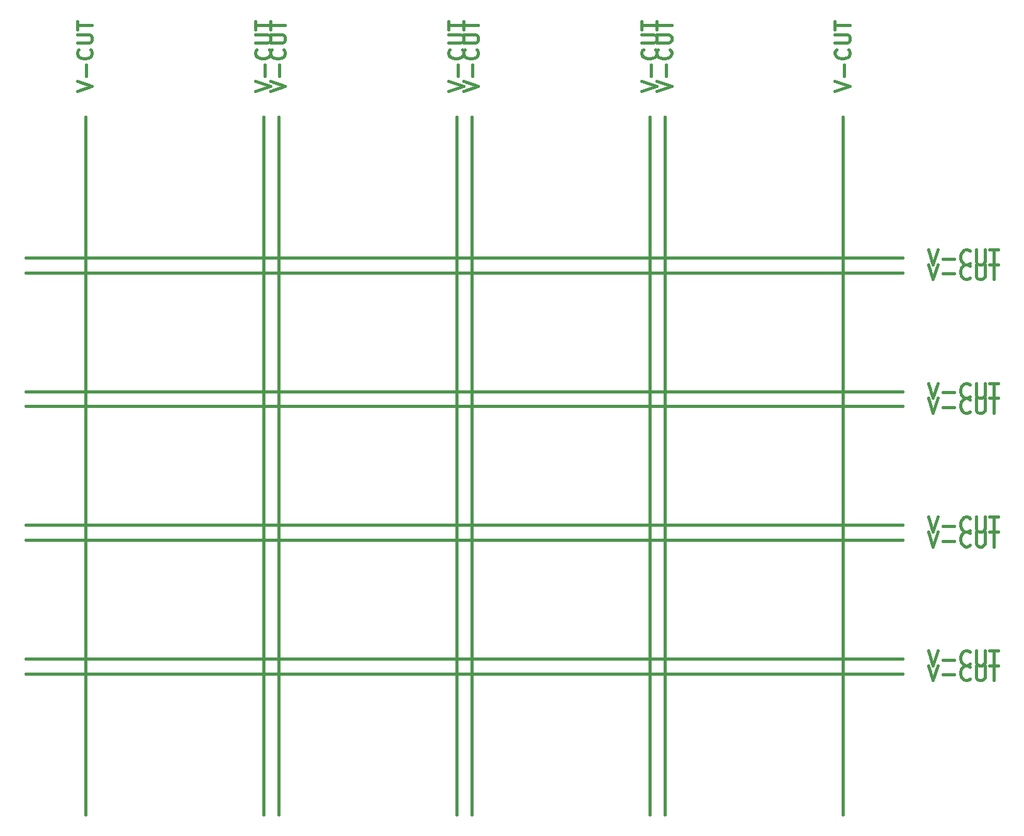
<source format=gbr>
G04 #@! TF.GenerationSoftware,KiCad,Pcbnew,(5.1.7)-1*
G04 #@! TF.CreationDate,2021-12-09T14:19:56+08:00*
G04 #@! TF.ProjectId,haptic-cloth-panelized,68617074-6963-42d6-936c-6f74682d7061,rev?*
G04 #@! TF.SameCoordinates,Original*
G04 #@! TF.FileFunction,Other,Comment*
%FSLAX46Y46*%
G04 Gerber Fmt 4.6, Leading zero omitted, Abs format (unit mm)*
G04 Created by KiCad (PCBNEW (5.1.7)-1) date 2021-12-09 14:19:56*
%MOMM*%
%LPD*%
G01*
G04 APERTURE LIST*
%ADD10C,0.400000*%
G04 APERTURE END LIST*
D10*
X150904761Y-43548523D02*
X152904761Y-42881857D01*
X150904761Y-42215190D01*
X152142857Y-41548523D02*
X152142857Y-40024714D01*
X152714285Y-37929476D02*
X152809523Y-38024714D01*
X152904761Y-38310428D01*
X152904761Y-38500904D01*
X152809523Y-38786619D01*
X152619047Y-38977095D01*
X152428571Y-39072333D01*
X152047619Y-39167571D01*
X151761904Y-39167571D01*
X151380952Y-39072333D01*
X151190476Y-38977095D01*
X151000000Y-38786619D01*
X150904761Y-38500904D01*
X150904761Y-38310428D01*
X151000000Y-38024714D01*
X151095238Y-37929476D01*
X150904761Y-37072333D02*
X152523809Y-37072333D01*
X152714285Y-36977095D01*
X152809523Y-36881857D01*
X152904761Y-36691380D01*
X152904761Y-36310428D01*
X152809523Y-36119952D01*
X152714285Y-36024714D01*
X152523809Y-35929476D01*
X150904761Y-35929476D01*
X150904761Y-35262809D02*
X150904761Y-34119952D01*
X152904761Y-34691380D02*
X150904761Y-34691380D01*
X152000000Y-46999000D02*
X152000000Y-141001037D01*
X126904761Y-43548523D02*
X128904761Y-42881857D01*
X126904761Y-42215190D01*
X128142857Y-41548523D02*
X128142857Y-40024714D01*
X128714285Y-37929476D02*
X128809523Y-38024714D01*
X128904761Y-38310428D01*
X128904761Y-38500904D01*
X128809523Y-38786619D01*
X128619047Y-38977095D01*
X128428571Y-39072333D01*
X128047619Y-39167571D01*
X127761904Y-39167571D01*
X127380952Y-39072333D01*
X127190476Y-38977095D01*
X127000000Y-38786619D01*
X126904761Y-38500904D01*
X126904761Y-38310428D01*
X127000000Y-38024714D01*
X127095238Y-37929476D01*
X126904761Y-37072333D02*
X128523809Y-37072333D01*
X128714285Y-36977095D01*
X128809523Y-36881857D01*
X128904761Y-36691380D01*
X128904761Y-36310428D01*
X128809523Y-36119952D01*
X128714285Y-36024714D01*
X128523809Y-35929476D01*
X126904761Y-35929476D01*
X126904761Y-35262809D02*
X126904761Y-34119952D01*
X128904761Y-34691380D02*
X126904761Y-34691380D01*
X128000000Y-46999000D02*
X128000000Y-141001037D01*
X124904761Y-43548523D02*
X126904761Y-42881857D01*
X124904761Y-42215190D01*
X126142857Y-41548523D02*
X126142857Y-40024714D01*
X126714285Y-37929476D02*
X126809523Y-38024714D01*
X126904761Y-38310428D01*
X126904761Y-38500904D01*
X126809523Y-38786619D01*
X126619047Y-38977095D01*
X126428571Y-39072333D01*
X126047619Y-39167571D01*
X125761904Y-39167571D01*
X125380952Y-39072333D01*
X125190476Y-38977095D01*
X125000000Y-38786619D01*
X124904761Y-38500904D01*
X124904761Y-38310428D01*
X125000000Y-38024714D01*
X125095238Y-37929476D01*
X124904761Y-37072333D02*
X126523809Y-37072333D01*
X126714285Y-36977095D01*
X126809523Y-36881857D01*
X126904761Y-36691380D01*
X126904761Y-36310428D01*
X126809523Y-36119952D01*
X126714285Y-36024714D01*
X126523809Y-35929476D01*
X124904761Y-35929476D01*
X124904761Y-35262809D02*
X124904761Y-34119952D01*
X126904761Y-34691380D02*
X124904761Y-34691380D01*
X126000000Y-46999000D02*
X126000000Y-141001037D01*
X98904761Y-43548523D02*
X100904761Y-42881857D01*
X98904761Y-42215190D01*
X100142857Y-41548523D02*
X100142857Y-40024714D01*
X100714285Y-37929476D02*
X100809523Y-38024714D01*
X100904761Y-38310428D01*
X100904761Y-38500904D01*
X100809523Y-38786619D01*
X100619047Y-38977095D01*
X100428571Y-39072333D01*
X100047619Y-39167571D01*
X99761904Y-39167571D01*
X99380952Y-39072333D01*
X99190476Y-38977095D01*
X99000000Y-38786619D01*
X98904761Y-38500904D01*
X98904761Y-38310428D01*
X99000000Y-38024714D01*
X99095238Y-37929476D01*
X98904761Y-37072333D02*
X100523809Y-37072333D01*
X100714285Y-36977095D01*
X100809523Y-36881857D01*
X100904761Y-36691380D01*
X100904761Y-36310428D01*
X100809523Y-36119952D01*
X100714285Y-36024714D01*
X100523809Y-35929476D01*
X98904761Y-35929476D01*
X98904761Y-35262809D02*
X98904761Y-34119952D01*
X100904761Y-34691380D02*
X98904761Y-34691380D01*
X100000000Y-46999000D02*
X100000000Y-141001037D01*
X72904761Y-43548523D02*
X74904761Y-42881857D01*
X72904761Y-42215190D01*
X74142857Y-41548523D02*
X74142857Y-40024714D01*
X74714285Y-37929476D02*
X74809523Y-38024714D01*
X74904761Y-38310428D01*
X74904761Y-38500904D01*
X74809523Y-38786619D01*
X74619047Y-38977095D01*
X74428571Y-39072333D01*
X74047619Y-39167571D01*
X73761904Y-39167571D01*
X73380952Y-39072333D01*
X73190476Y-38977095D01*
X73000000Y-38786619D01*
X72904761Y-38500904D01*
X72904761Y-38310428D01*
X73000000Y-38024714D01*
X73095238Y-37929476D01*
X72904761Y-37072333D02*
X74523809Y-37072333D01*
X74714285Y-36977095D01*
X74809523Y-36881857D01*
X74904761Y-36691380D01*
X74904761Y-36310428D01*
X74809523Y-36119952D01*
X74714285Y-36024714D01*
X74523809Y-35929476D01*
X72904761Y-35929476D01*
X72904761Y-35262809D02*
X72904761Y-34119952D01*
X74904761Y-34691380D02*
X72904761Y-34691380D01*
X74000000Y-46999000D02*
X74000000Y-141001037D01*
X100904761Y-43548523D02*
X102904761Y-42881857D01*
X100904761Y-42215190D01*
X102142857Y-41548523D02*
X102142857Y-40024714D01*
X102714285Y-37929476D02*
X102809523Y-38024714D01*
X102904761Y-38310428D01*
X102904761Y-38500904D01*
X102809523Y-38786619D01*
X102619047Y-38977095D01*
X102428571Y-39072333D01*
X102047619Y-39167571D01*
X101761904Y-39167571D01*
X101380952Y-39072333D01*
X101190476Y-38977095D01*
X101000000Y-38786619D01*
X100904761Y-38500904D01*
X100904761Y-38310428D01*
X101000000Y-38024714D01*
X101095238Y-37929476D01*
X100904761Y-37072333D02*
X102523809Y-37072333D01*
X102714285Y-36977095D01*
X102809523Y-36881857D01*
X102904761Y-36691380D01*
X102904761Y-36310428D01*
X102809523Y-36119952D01*
X102714285Y-36024714D01*
X102523809Y-35929476D01*
X100904761Y-35929476D01*
X100904761Y-35262809D02*
X100904761Y-34119952D01*
X102904761Y-34691380D02*
X100904761Y-34691380D01*
X102000000Y-46999000D02*
X102000000Y-141001037D01*
X74904761Y-43548523D02*
X76904761Y-42881857D01*
X74904761Y-42215190D01*
X76142857Y-41548523D02*
X76142857Y-40024714D01*
X76714285Y-37929476D02*
X76809523Y-38024714D01*
X76904761Y-38310428D01*
X76904761Y-38500904D01*
X76809523Y-38786619D01*
X76619047Y-38977095D01*
X76428571Y-39072333D01*
X76047619Y-39167571D01*
X75761904Y-39167571D01*
X75380952Y-39072333D01*
X75190476Y-38977095D01*
X75000000Y-38786619D01*
X74904761Y-38500904D01*
X74904761Y-38310428D01*
X75000000Y-38024714D01*
X75095238Y-37929476D01*
X74904761Y-37072333D02*
X76523809Y-37072333D01*
X76714285Y-36977095D01*
X76809523Y-36881857D01*
X76904761Y-36691380D01*
X76904761Y-36310428D01*
X76809523Y-36119952D01*
X76714285Y-36024714D01*
X76523809Y-35929476D01*
X74904761Y-35929476D01*
X74904761Y-35262809D02*
X74904761Y-34119952D01*
X76904761Y-34691380D02*
X74904761Y-34691380D01*
X76000000Y-46999000D02*
X76000000Y-141001037D01*
X48904761Y-43548523D02*
X50904761Y-42881857D01*
X48904761Y-42215190D01*
X50142857Y-41548523D02*
X50142857Y-40024714D01*
X50714285Y-37929476D02*
X50809523Y-38024714D01*
X50904761Y-38310428D01*
X50904761Y-38500904D01*
X50809523Y-38786619D01*
X50619047Y-38977095D01*
X50428571Y-39072333D01*
X50047619Y-39167571D01*
X49761904Y-39167571D01*
X49380952Y-39072333D01*
X49190476Y-38977095D01*
X49000000Y-38786619D01*
X48904761Y-38500904D01*
X48904761Y-38310428D01*
X49000000Y-38024714D01*
X49095238Y-37929476D01*
X48904761Y-37072333D02*
X50523809Y-37072333D01*
X50714285Y-36977095D01*
X50809523Y-36881857D01*
X50904761Y-36691380D01*
X50904761Y-36310428D01*
X50809523Y-36119952D01*
X50714285Y-36024714D01*
X50523809Y-35929476D01*
X48904761Y-35929476D01*
X48904761Y-35262809D02*
X48904761Y-34119952D01*
X50904761Y-34691380D02*
X48904761Y-34691380D01*
X50000000Y-46999000D02*
X50000000Y-141001037D01*
X163451512Y-120904761D02*
X164118178Y-122904761D01*
X164784845Y-120904761D01*
X165451512Y-122142857D02*
X166975321Y-122142857D01*
X169070559Y-122714285D02*
X168975321Y-122809523D01*
X168689607Y-122904761D01*
X168499131Y-122904761D01*
X168213416Y-122809523D01*
X168022940Y-122619047D01*
X167927702Y-122428571D01*
X167832464Y-122047619D01*
X167832464Y-121761904D01*
X167927702Y-121380952D01*
X168022940Y-121190476D01*
X168213416Y-121000000D01*
X168499131Y-120904761D01*
X168689607Y-120904761D01*
X168975321Y-121000000D01*
X169070559Y-121095238D01*
X169927702Y-120904761D02*
X169927702Y-122523809D01*
X170022940Y-122714285D01*
X170118178Y-122809523D01*
X170308655Y-122904761D01*
X170689607Y-122904761D01*
X170880083Y-122809523D01*
X170975321Y-122714285D01*
X171070559Y-122523809D01*
X171070559Y-120904761D01*
X171737226Y-120904761D02*
X172880083Y-120904761D01*
X172308655Y-122904761D02*
X172308655Y-120904761D01*
X42000000Y-122000000D02*
X160001036Y-122000000D01*
X163451512Y-118904761D02*
X164118178Y-120904761D01*
X164784845Y-118904761D01*
X165451512Y-120142857D02*
X166975321Y-120142857D01*
X169070559Y-120714285D02*
X168975321Y-120809523D01*
X168689607Y-120904761D01*
X168499131Y-120904761D01*
X168213416Y-120809523D01*
X168022940Y-120619047D01*
X167927702Y-120428571D01*
X167832464Y-120047619D01*
X167832464Y-119761904D01*
X167927702Y-119380952D01*
X168022940Y-119190476D01*
X168213416Y-119000000D01*
X168499131Y-118904761D01*
X168689607Y-118904761D01*
X168975321Y-119000000D01*
X169070559Y-119095238D01*
X169927702Y-118904761D02*
X169927702Y-120523809D01*
X170022940Y-120714285D01*
X170118178Y-120809523D01*
X170308655Y-120904761D01*
X170689607Y-120904761D01*
X170880083Y-120809523D01*
X170975321Y-120714285D01*
X171070559Y-120523809D01*
X171070559Y-118904761D01*
X171737226Y-118904761D02*
X172880083Y-118904761D01*
X172308655Y-120904761D02*
X172308655Y-118904761D01*
X42000000Y-120000000D02*
X160001036Y-120000000D01*
X163451512Y-102904761D02*
X164118178Y-104904761D01*
X164784845Y-102904761D01*
X165451512Y-104142857D02*
X166975321Y-104142857D01*
X169070559Y-104714285D02*
X168975321Y-104809523D01*
X168689607Y-104904761D01*
X168499131Y-104904761D01*
X168213416Y-104809523D01*
X168022940Y-104619047D01*
X167927702Y-104428571D01*
X167832464Y-104047619D01*
X167832464Y-103761904D01*
X167927702Y-103380952D01*
X168022940Y-103190476D01*
X168213416Y-103000000D01*
X168499131Y-102904761D01*
X168689607Y-102904761D01*
X168975321Y-103000000D01*
X169070559Y-103095238D01*
X169927702Y-102904761D02*
X169927702Y-104523809D01*
X170022940Y-104714285D01*
X170118178Y-104809523D01*
X170308655Y-104904761D01*
X170689607Y-104904761D01*
X170880083Y-104809523D01*
X170975321Y-104714285D01*
X171070559Y-104523809D01*
X171070559Y-102904761D01*
X171737226Y-102904761D02*
X172880083Y-102904761D01*
X172308655Y-104904761D02*
X172308655Y-102904761D01*
X42000000Y-104000000D02*
X160001036Y-104000000D01*
X163451512Y-82904761D02*
X164118178Y-84904761D01*
X164784845Y-82904761D01*
X165451512Y-84142857D02*
X166975321Y-84142857D01*
X169070559Y-84714285D02*
X168975321Y-84809523D01*
X168689607Y-84904761D01*
X168499131Y-84904761D01*
X168213416Y-84809523D01*
X168022940Y-84619047D01*
X167927702Y-84428571D01*
X167832464Y-84047619D01*
X167832464Y-83761904D01*
X167927702Y-83380952D01*
X168022940Y-83190476D01*
X168213416Y-83000000D01*
X168499131Y-82904761D01*
X168689607Y-82904761D01*
X168975321Y-83000000D01*
X169070559Y-83095238D01*
X169927702Y-82904761D02*
X169927702Y-84523809D01*
X170022940Y-84714285D01*
X170118178Y-84809523D01*
X170308655Y-84904761D01*
X170689607Y-84904761D01*
X170880083Y-84809523D01*
X170975321Y-84714285D01*
X171070559Y-84523809D01*
X171070559Y-82904761D01*
X171737226Y-82904761D02*
X172880083Y-82904761D01*
X172308655Y-84904761D02*
X172308655Y-82904761D01*
X42000000Y-84000000D02*
X160001036Y-84000000D01*
X163451512Y-100904761D02*
X164118178Y-102904761D01*
X164784845Y-100904761D01*
X165451512Y-102142857D02*
X166975321Y-102142857D01*
X169070559Y-102714285D02*
X168975321Y-102809523D01*
X168689607Y-102904761D01*
X168499131Y-102904761D01*
X168213416Y-102809523D01*
X168022940Y-102619047D01*
X167927702Y-102428571D01*
X167832464Y-102047619D01*
X167832464Y-101761904D01*
X167927702Y-101380952D01*
X168022940Y-101190476D01*
X168213416Y-101000000D01*
X168499131Y-100904761D01*
X168689607Y-100904761D01*
X168975321Y-101000000D01*
X169070559Y-101095238D01*
X169927702Y-100904761D02*
X169927702Y-102523809D01*
X170022940Y-102714285D01*
X170118178Y-102809523D01*
X170308655Y-102904761D01*
X170689607Y-102904761D01*
X170880083Y-102809523D01*
X170975321Y-102714285D01*
X171070559Y-102523809D01*
X171070559Y-100904761D01*
X171737226Y-100904761D02*
X172880083Y-100904761D01*
X172308655Y-102904761D02*
X172308655Y-100904761D01*
X42000000Y-102000000D02*
X160001036Y-102000000D01*
X163451512Y-84904761D02*
X164118178Y-86904761D01*
X164784845Y-84904761D01*
X165451512Y-86142857D02*
X166975321Y-86142857D01*
X169070559Y-86714285D02*
X168975321Y-86809523D01*
X168689607Y-86904761D01*
X168499131Y-86904761D01*
X168213416Y-86809523D01*
X168022940Y-86619047D01*
X167927702Y-86428571D01*
X167832464Y-86047619D01*
X167832464Y-85761904D01*
X167927702Y-85380952D01*
X168022940Y-85190476D01*
X168213416Y-85000000D01*
X168499131Y-84904761D01*
X168689607Y-84904761D01*
X168975321Y-85000000D01*
X169070559Y-85095238D01*
X169927702Y-84904761D02*
X169927702Y-86523809D01*
X170022940Y-86714285D01*
X170118178Y-86809523D01*
X170308655Y-86904761D01*
X170689607Y-86904761D01*
X170880083Y-86809523D01*
X170975321Y-86714285D01*
X171070559Y-86523809D01*
X171070559Y-84904761D01*
X171737226Y-84904761D02*
X172880083Y-84904761D01*
X172308655Y-86904761D02*
X172308655Y-84904761D01*
X42000000Y-86000000D02*
X160001036Y-86000000D01*
X163451512Y-66904761D02*
X164118178Y-68904761D01*
X164784845Y-66904761D01*
X165451512Y-68142857D02*
X166975321Y-68142857D01*
X169070559Y-68714285D02*
X168975321Y-68809523D01*
X168689607Y-68904761D01*
X168499131Y-68904761D01*
X168213416Y-68809523D01*
X168022940Y-68619047D01*
X167927702Y-68428571D01*
X167832464Y-68047619D01*
X167832464Y-67761904D01*
X167927702Y-67380952D01*
X168022940Y-67190476D01*
X168213416Y-67000000D01*
X168499131Y-66904761D01*
X168689607Y-66904761D01*
X168975321Y-67000000D01*
X169070559Y-67095238D01*
X169927702Y-66904761D02*
X169927702Y-68523809D01*
X170022940Y-68714285D01*
X170118178Y-68809523D01*
X170308655Y-68904761D01*
X170689607Y-68904761D01*
X170880083Y-68809523D01*
X170975321Y-68714285D01*
X171070559Y-68523809D01*
X171070559Y-66904761D01*
X171737226Y-66904761D02*
X172880083Y-66904761D01*
X172308655Y-68904761D02*
X172308655Y-66904761D01*
X42000000Y-68000000D02*
X160001036Y-68000000D01*
X163451512Y-64904761D02*
X164118178Y-66904761D01*
X164784845Y-64904761D01*
X165451512Y-66142857D02*
X166975321Y-66142857D01*
X169070559Y-66714285D02*
X168975321Y-66809523D01*
X168689607Y-66904761D01*
X168499131Y-66904761D01*
X168213416Y-66809523D01*
X168022940Y-66619047D01*
X167927702Y-66428571D01*
X167832464Y-66047619D01*
X167832464Y-65761904D01*
X167927702Y-65380952D01*
X168022940Y-65190476D01*
X168213416Y-65000000D01*
X168499131Y-64904761D01*
X168689607Y-64904761D01*
X168975321Y-65000000D01*
X169070559Y-65095238D01*
X169927702Y-64904761D02*
X169927702Y-66523809D01*
X170022940Y-66714285D01*
X170118178Y-66809523D01*
X170308655Y-66904761D01*
X170689607Y-66904761D01*
X170880083Y-66809523D01*
X170975321Y-66714285D01*
X171070559Y-66523809D01*
X171070559Y-64904761D01*
X171737226Y-64904761D02*
X172880083Y-64904761D01*
X172308655Y-66904761D02*
X172308655Y-64904761D01*
X42000000Y-66000000D02*
X160001036Y-66000000D01*
M02*

</source>
